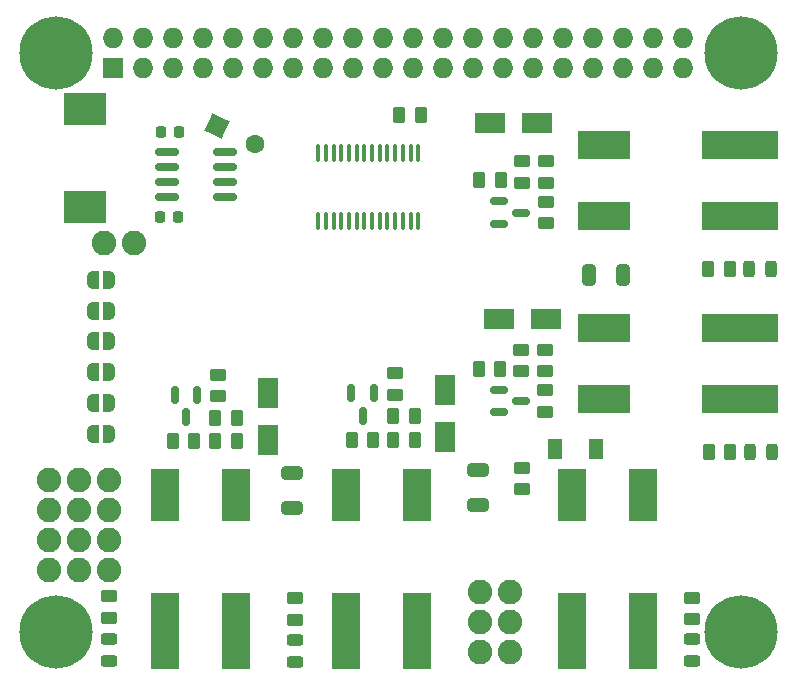
<source format=gts>
G04 #@! TF.GenerationSoftware,KiCad,Pcbnew,6.0.7+dfsg-1+b1*
G04 #@! TF.CreationDate,2022-09-08T18:59:39+01:00*
G04 #@! TF.ProjectId,owl-driver-board,6f776c2d-6472-4697-9665-722d626f6172,rev?*
G04 #@! TF.SameCoordinates,Original*
G04 #@! TF.FileFunction,Soldermask,Top*
G04 #@! TF.FilePolarity,Negative*
%FSLAX46Y46*%
G04 Gerber Fmt 4.6, Leading zero omitted, Abs format (unit mm)*
G04 Created by KiCad (PCBNEW 6.0.7+dfsg-1+b1) date 2022-09-08 18:59:39*
%MOMM*%
%LPD*%
G01*
G04 APERTURE LIST*
G04 Aperture macros list*
%AMRoundRect*
0 Rectangle with rounded corners*
0 $1 Rounding radius*
0 $2 $3 $4 $5 $6 $7 $8 $9 X,Y pos of 4 corners*
0 Add a 4 corners polygon primitive as box body*
4,1,4,$2,$3,$4,$5,$6,$7,$8,$9,$2,$3,0*
0 Add four circle primitives for the rounded corners*
1,1,$1+$1,$2,$3*
1,1,$1+$1,$4,$5*
1,1,$1+$1,$6,$7*
1,1,$1+$1,$8,$9*
0 Add four rect primitives between the rounded corners*
20,1,$1+$1,$2,$3,$4,$5,0*
20,1,$1+$1,$4,$5,$6,$7,0*
20,1,$1+$1,$6,$7,$8,$9,0*
20,1,$1+$1,$8,$9,$2,$3,0*%
%AMRotRect*
0 Rectangle, with rotation*
0 The origin of the aperture is its center*
0 $1 length*
0 $2 width*
0 $3 Rotation angle, in degrees counterclockwise*
0 Add horizontal line*
21,1,$1,$2,0,0,$3*%
%AMFreePoly0*
4,1,22,0.500000,-0.750000,0.000000,-0.750000,0.000000,-0.745033,-0.079941,-0.743568,-0.215256,-0.701293,-0.333266,-0.622738,-0.424486,-0.514219,-0.481581,-0.384460,-0.499164,-0.250000,-0.500000,-0.250000,-0.500000,0.250000,-0.499164,0.250000,-0.499963,0.256109,-0.478152,0.396186,-0.417904,0.524511,-0.324060,0.630769,-0.204165,0.706417,-0.067858,0.745374,0.000000,0.744959,0.000000,0.750000,
0.500000,0.750000,0.500000,-0.750000,0.500000,-0.750000,$1*%
%AMFreePoly1*
4,1,20,0.000000,0.744959,0.073905,0.744508,0.209726,0.703889,0.328688,0.626782,0.421226,0.519385,0.479903,0.390333,0.500000,0.250000,0.500000,-0.250000,0.499851,-0.262216,0.476331,-0.402017,0.414519,-0.529596,0.319384,-0.634700,0.198574,-0.708877,0.061801,-0.746166,0.000000,-0.745033,0.000000,-0.750000,-0.500000,-0.750000,-0.500000,0.750000,0.000000,0.750000,0.000000,0.744959,
0.000000,0.744959,$1*%
G04 Aperture macros list end*
%ADD10C,6.200000*%
%ADD11R,1.727200X1.727200*%
%ADD12O,1.727200X1.727200*%
%ADD13R,2.500000X1.800000*%
%ADD14RoundRect,0.250000X0.450000X-0.262500X0.450000X0.262500X-0.450000X0.262500X-0.450000X-0.262500X0*%
%ADD15C,2.082800*%
%ADD16RoundRect,0.243750X0.456250X-0.243750X0.456250X0.243750X-0.456250X0.243750X-0.456250X-0.243750X0*%
%ADD17R,6.502400X2.387600*%
%ADD18R,4.495800X2.387600*%
%ADD19RoundRect,0.250000X0.262500X0.450000X-0.262500X0.450000X-0.262500X-0.450000X0.262500X-0.450000X0*%
%ADD20RoundRect,0.225000X-0.225000X-0.250000X0.225000X-0.250000X0.225000X0.250000X-0.225000X0.250000X0*%
%ADD21R,3.600000X2.700000*%
%ADD22R,2.387600X6.502400*%
%ADD23R,2.387600X4.495800*%
%ADD24RoundRect,0.250000X-0.450000X0.262500X-0.450000X-0.262500X0.450000X-0.262500X0.450000X0.262500X0*%
%ADD25RoundRect,0.243750X0.243750X0.456250X-0.243750X0.456250X-0.243750X-0.456250X0.243750X-0.456250X0*%
%ADD26RoundRect,0.150000X-0.150000X0.587500X-0.150000X-0.587500X0.150000X-0.587500X0.150000X0.587500X0*%
%ADD27FreePoly0,0.000000*%
%ADD28FreePoly1,0.000000*%
%ADD29RoundRect,0.250000X-0.325000X-0.650000X0.325000X-0.650000X0.325000X0.650000X-0.325000X0.650000X0*%
%ADD30RoundRect,0.150000X-0.825000X-0.150000X0.825000X-0.150000X0.825000X0.150000X-0.825000X0.150000X0*%
%ADD31RoundRect,0.250000X-0.262500X-0.450000X0.262500X-0.450000X0.262500X0.450000X-0.262500X0.450000X0*%
%ADD32R,1.300000X1.700000*%
%ADD33RoundRect,0.150000X-0.587500X-0.150000X0.587500X-0.150000X0.587500X0.150000X-0.587500X0.150000X0*%
%ADD34RoundRect,0.250000X-0.650000X0.325000X-0.650000X-0.325000X0.650000X-0.325000X0.650000X0.325000X0*%
%ADD35R,1.800000X2.500000*%
%ADD36RoundRect,0.100000X0.100000X-0.637500X0.100000X0.637500X-0.100000X0.637500X-0.100000X-0.637500X0*%
%ADD37RotRect,1.600000X1.600000X335.000000*%
%ADD38C,1.600000*%
G04 APERTURE END LIST*
D10*
X61500000Y-4000000D03*
X3500000Y-4000000D03*
X3500000Y-53000000D03*
X61500000Y-53000000D03*
D11*
X8370000Y-5270000D03*
D12*
X8370000Y-2730000D03*
X10910000Y-5270000D03*
X10910000Y-2730000D03*
X13450000Y-5270000D03*
X13450000Y-2730000D03*
X15990000Y-5270000D03*
X15990000Y-2730000D03*
X18530000Y-5270000D03*
X18530000Y-2730000D03*
X21070000Y-5270000D03*
X21070000Y-2730000D03*
X23610000Y-5270000D03*
X23610000Y-2730000D03*
X26150000Y-5270000D03*
X26150000Y-2730000D03*
X28690000Y-5270000D03*
X28690000Y-2730000D03*
X31230000Y-5270000D03*
X31230000Y-2730000D03*
X33770000Y-5270000D03*
X33770000Y-2730000D03*
X36310000Y-5270000D03*
X36310000Y-2730000D03*
X38850000Y-5270000D03*
X38850000Y-2730000D03*
X41390000Y-5270000D03*
X41390000Y-2730000D03*
X43930000Y-5270000D03*
X43930000Y-2730000D03*
X46470000Y-5270000D03*
X46470000Y-2730000D03*
X49010000Y-5270000D03*
X49010000Y-2730000D03*
X51550000Y-5270000D03*
X51550000Y-2730000D03*
X54090000Y-5270000D03*
X54090000Y-2730000D03*
X56630000Y-5270000D03*
X56630000Y-2730000D03*
D13*
X40250000Y-9950000D03*
X44250000Y-9950000D03*
D14*
X57400000Y-51912500D03*
X57400000Y-50087500D03*
D15*
X2920000Y-40170000D03*
X2920000Y-42710000D03*
X2920000Y-45250000D03*
X2920000Y-47790000D03*
D16*
X8000000Y-55437500D03*
X8000000Y-53562500D03*
X57400000Y-55491815D03*
X57400000Y-53616815D03*
D17*
X61443448Y-33300002D03*
X61443448Y-27299998D03*
D18*
X49943450Y-33300002D03*
X49943450Y-27299998D03*
D19*
X33912500Y-34750000D03*
X32087500Y-34750000D03*
D20*
X12325000Y-17900000D03*
X13875000Y-17900000D03*
D21*
X6000000Y-17050000D03*
X6000000Y-8750000D03*
D22*
X47199998Y-52943448D03*
X53200002Y-52943448D03*
D23*
X47199998Y-41443450D03*
X53200002Y-41443450D03*
D22*
X12799998Y-52893448D03*
X18800002Y-52893448D03*
D23*
X12799998Y-41393450D03*
X18800002Y-41393450D03*
D15*
X41999379Y-54706800D03*
X39459379Y-54706800D03*
X41999379Y-52166800D03*
X39459379Y-52166800D03*
X41999379Y-49626800D03*
X39459379Y-49626800D03*
D19*
X41212500Y-14750000D03*
X39387500Y-14750000D03*
D24*
X42925000Y-29112500D03*
X42925000Y-30937500D03*
D14*
X17225000Y-33037500D03*
X17225000Y-31212500D03*
D25*
X64137500Y-37750000D03*
X62262500Y-37750000D03*
D26*
X15475000Y-32937500D03*
X13575000Y-32937500D03*
X14525000Y-34812500D03*
D15*
X10140000Y-20090000D03*
X7600000Y-20090000D03*
D27*
X6700000Y-31000000D03*
D28*
X8000000Y-31000000D03*
D17*
X61443448Y-17750002D03*
X61443448Y-11749998D03*
D18*
X49943450Y-17750002D03*
X49943450Y-11749998D03*
D16*
X23750000Y-55587500D03*
X23750000Y-53712500D03*
D27*
X6700000Y-28400000D03*
D28*
X8000000Y-28400000D03*
D26*
X30450000Y-32812500D03*
X28550000Y-32812500D03*
X29500000Y-34687500D03*
D19*
X41137500Y-30750000D03*
X39312500Y-30750000D03*
X60562500Y-22250000D03*
X58737500Y-22250000D03*
D29*
X48625000Y-22750000D03*
X51575000Y-22750000D03*
D30*
X12925000Y-12395000D03*
X12925000Y-13665000D03*
X12925000Y-14935000D03*
X12925000Y-16205000D03*
X17875000Y-16205000D03*
X17875000Y-14935000D03*
X17875000Y-13665000D03*
X17875000Y-12395000D03*
D31*
X32087500Y-36750000D03*
X33912500Y-36750000D03*
D14*
X32250000Y-32912500D03*
X32250000Y-31087500D03*
D25*
X64087500Y-22250000D03*
X62212500Y-22250000D03*
D27*
X6700000Y-36200000D03*
D28*
X8000000Y-36200000D03*
D32*
X49250000Y-37500000D03*
X45750000Y-37500000D03*
D33*
X41062500Y-16550000D03*
X41062500Y-18450000D03*
X42937500Y-17500000D03*
D27*
X6700000Y-23200000D03*
D28*
X8000000Y-23200000D03*
D20*
X12425000Y-10700000D03*
X13975000Y-10700000D03*
D34*
X39250000Y-39275000D03*
X39250000Y-42225000D03*
D13*
X41000000Y-26500000D03*
X45000000Y-26500000D03*
D35*
X36500000Y-32500000D03*
X36500000Y-36500000D03*
D33*
X41012500Y-32500000D03*
X41012500Y-34400000D03*
X42887500Y-33450000D03*
D14*
X23750000Y-51962500D03*
X23750000Y-50137500D03*
X45000000Y-14962500D03*
X45000000Y-13137500D03*
D19*
X18862500Y-34850000D03*
X17037500Y-34850000D03*
D31*
X28587500Y-36750000D03*
X30412500Y-36750000D03*
D14*
X8000000Y-51812500D03*
X8000000Y-49987500D03*
X44900000Y-34362500D03*
X44900000Y-32537500D03*
D27*
X6700000Y-25800000D03*
D28*
X8000000Y-25800000D03*
D14*
X45000000Y-18387500D03*
X45000000Y-16562500D03*
D19*
X60612500Y-37750000D03*
X58787500Y-37750000D03*
D34*
X23500000Y-39525000D03*
X23500000Y-42475000D03*
D36*
X25750000Y-18187500D03*
X26400000Y-18187500D03*
X27050000Y-18187500D03*
X27700000Y-18187500D03*
X28350000Y-18187500D03*
X29000000Y-18187500D03*
X29650000Y-18187500D03*
X30300000Y-18187500D03*
X30950000Y-18187500D03*
X31600000Y-18187500D03*
X32250000Y-18187500D03*
X32900000Y-18187500D03*
X33550000Y-18187500D03*
X34200000Y-18187500D03*
X34200000Y-12462500D03*
X33550000Y-12462500D03*
X32900000Y-12462500D03*
X32250000Y-12462500D03*
X31600000Y-12462500D03*
X30950000Y-12462500D03*
X30300000Y-12462500D03*
X29650000Y-12462500D03*
X29000000Y-12462500D03*
X28350000Y-12462500D03*
X27700000Y-12462500D03*
X27050000Y-12462500D03*
X26400000Y-12462500D03*
X25750000Y-12462500D03*
D24*
X43025000Y-13137500D03*
X43025000Y-14962500D03*
D22*
X28124998Y-52893448D03*
X34125002Y-52893448D03*
D23*
X28124998Y-41393450D03*
X34125002Y-41393450D03*
D31*
X13424472Y-36845799D03*
X15249472Y-36845799D03*
D27*
X6700000Y-33600000D03*
D28*
X8000000Y-33600000D03*
D19*
X34412500Y-9250000D03*
X32587500Y-9250000D03*
D35*
X21500000Y-32750000D03*
X21500000Y-36750000D03*
D14*
X43000000Y-40912500D03*
X43000000Y-39087500D03*
D31*
X17037500Y-36850000D03*
X18862500Y-36850000D03*
D14*
X44900000Y-30937500D03*
X44900000Y-29112500D03*
D15*
X8020000Y-47790000D03*
X5480000Y-47790000D03*
X8020000Y-45250000D03*
X5480000Y-45250000D03*
X8020000Y-42710000D03*
X5480000Y-42710000D03*
X8020000Y-40170000D03*
X5480000Y-40170000D03*
D37*
X17200000Y-10200000D03*
D38*
X20372077Y-11679164D03*
M02*

</source>
